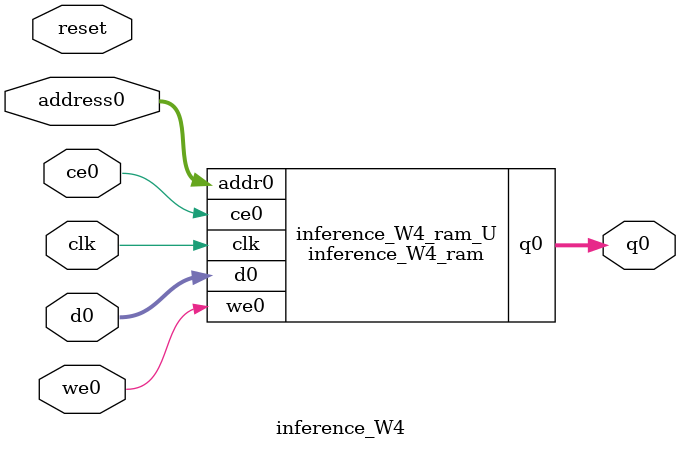
<source format=v>

`timescale 1 ns / 1 ps
module inference_W4_ram (addr0, ce0, d0, we0, q0,  clk);

parameter DWIDTH = 32;
parameter AWIDTH = 14;
parameter MEM_SIZE = 10080;

input[AWIDTH-1:0] addr0;
input ce0;
input[DWIDTH-1:0] d0;
input we0;
output reg[DWIDTH-1:0] q0;
input clk;

(* ram_style = "block" *)reg [DWIDTH-1:0] ram[MEM_SIZE-1:0];




always @(posedge clk)  
begin 
    if (ce0) 
    begin
        if (we0) 
        begin 
            ram[addr0] <= d0; 
            q0 <= d0;
        end 
        else 
            q0 <= ram[addr0];
    end
end


endmodule


`timescale 1 ns / 1 ps
module inference_W4(
    reset,
    clk,
    address0,
    ce0,
    we0,
    d0,
    q0);

parameter DataWidth = 32'd32;
parameter AddressRange = 32'd10080;
parameter AddressWidth = 32'd14;
input reset;
input clk;
input[AddressWidth - 1:0] address0;
input ce0;
input we0;
input[DataWidth - 1:0] d0;
output[DataWidth - 1:0] q0;



inference_W4_ram inference_W4_ram_U(
    .clk( clk ),
    .addr0( address0 ),
    .ce0( ce0 ),
    .d0( d0 ),
    .we0( we0 ),
    .q0( q0 ));

endmodule


</source>
